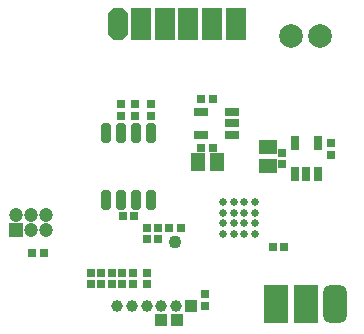
<source format=gbs>
G04*
G04 #@! TF.GenerationSoftware,Altium Limited,Altium Designer,22.10.1 (41)*
G04*
G04 Layer_Color=16711935*
%FSLAX25Y25*%
%MOIN*%
G70*
G04*
G04 #@! TF.SameCoordinates,423579F9-A912-4673-8900-DDE07351D98F*
G04*
G04*
G04 #@! TF.FilePolarity,Negative*
G04*
G01*
G75*
%ADD37R,0.03162X0.03162*%
%ADD38R,0.05131X0.03162*%
%ADD39R,0.03162X0.02769*%
%ADD40R,0.03950X0.04343*%
%ADD44R,0.02769X0.03162*%
%ADD47R,0.03162X0.03162*%
%ADD51C,0.07887*%
%ADD52C,0.03947*%
%ADD53R,0.03947X0.03947*%
%ADD54C,0.04737*%
%ADD55R,0.04737X0.04737*%
%ADD56R,0.06706X0.10642*%
G04:AMPARAMS|DCode=57|XSize=106.42mil|YSize=67.06mil|CornerRadius=0mil|HoleSize=0mil|Usage=FLASHONLY|Rotation=90.000|XOffset=0mil|YOffset=0mil|HoleType=Round|Shape=Octagon|*
%AMOCTAGOND57*
4,1,8,0.01676,0.05321,-0.01676,0.05321,-0.03353,0.03645,-0.03353,-0.03645,-0.01676,-0.05321,0.01676,-0.05321,0.03353,-0.03645,0.03353,0.03645,0.01676,0.05321,0.0*
%
%ADD57OCTAGOND57*%

%ADD58R,0.07887X0.12611*%
G04:AMPARAMS|DCode=59|XSize=126.11mil|YSize=78.87mil|CornerRadius=21.72mil|HoleSize=0mil|Usage=FLASHONLY|Rotation=270.000|XOffset=0mil|YOffset=0mil|HoleType=Round|Shape=RoundedRectangle|*
%AMROUNDEDRECTD59*
21,1,0.12611,0.03543,0,0,270.0*
21,1,0.08268,0.07887,0,0,270.0*
1,1,0.04343,-0.01772,-0.04134*
1,1,0.04343,-0.01772,0.04134*
1,1,0.04343,0.01772,0.04134*
1,1,0.04343,0.01772,-0.04134*
%
%ADD59ROUNDEDRECTD59*%
%ADD60C,0.02572*%
%ADD87R,0.04737X0.05918*%
%ADD88C,0.04300*%
%ADD89R,0.03162X0.05131*%
%ADD90R,0.05918X0.04737*%
G04:AMPARAMS|DCode=91|XSize=65.09mil|YSize=33.59mil|CornerRadius=10.4mil|HoleSize=0mil|Usage=FLASHONLY|Rotation=270.000|XOffset=0mil|YOffset=0mil|HoleType=Round|Shape=RoundedRectangle|*
%AMROUNDEDRECTD91*
21,1,0.06509,0.01280,0,0,270.0*
21,1,0.04429,0.03359,0,0,270.0*
1,1,0.02080,-0.00640,-0.02215*
1,1,0.02080,-0.00640,0.02215*
1,1,0.02080,0.00640,0.02215*
1,1,0.02080,0.00640,-0.02215*
%
%ADD91ROUNDEDRECTD91*%
D37*
X62913Y35394D02*
D03*
X58976D02*
D03*
X51417D02*
D03*
X55354D02*
D03*
X13410Y27165D02*
D03*
X17347D02*
D03*
D38*
X79803Y74094D02*
D03*
Y70354D02*
D03*
Y66614D02*
D03*
X69567Y74094D02*
D03*
Y66614D02*
D03*
D39*
X55354Y31969D02*
D03*
X51417D02*
D03*
X69606Y78425D02*
D03*
X73543D02*
D03*
X73453Y62323D02*
D03*
X69516D02*
D03*
X93425Y29173D02*
D03*
X97362D02*
D03*
X47362Y39409D02*
D03*
X43425D02*
D03*
D40*
X61693Y5000D02*
D03*
X56181D02*
D03*
D44*
X112795Y63858D02*
D03*
Y59921D02*
D03*
X96575Y56732D02*
D03*
Y60669D02*
D03*
D47*
X71063Y9488D02*
D03*
Y13425D02*
D03*
X39843Y20669D02*
D03*
Y16732D02*
D03*
X52756Y76772D02*
D03*
Y72835D02*
D03*
X43386Y16732D02*
D03*
Y20669D02*
D03*
X36399Y16732D02*
D03*
Y20669D02*
D03*
X46929Y16732D02*
D03*
Y20669D02*
D03*
X51575Y16732D02*
D03*
Y20669D02*
D03*
X32856Y16732D02*
D03*
Y20669D02*
D03*
X47638Y72835D02*
D03*
Y76772D02*
D03*
X42913Y72835D02*
D03*
Y76772D02*
D03*
D51*
X109370Y99488D02*
D03*
X99528D02*
D03*
D52*
X41614Y9488D02*
D03*
X46535D02*
D03*
X51457D02*
D03*
X56378D02*
D03*
X61299D02*
D03*
D53*
X66220D02*
D03*
D54*
X17835Y39783D02*
D03*
Y34784D02*
D03*
X12835Y39783D02*
D03*
Y34784D02*
D03*
X7835Y39783D02*
D03*
D55*
Y34784D02*
D03*
D56*
X81142Y103622D02*
D03*
X65394D02*
D03*
X57520D02*
D03*
X49646D02*
D03*
X73268D02*
D03*
D57*
X41772D02*
D03*
D58*
X94724Y10315D02*
D03*
X104567D02*
D03*
D59*
X114409D02*
D03*
D60*
X76890Y33559D02*
D03*
Y37103D02*
D03*
Y40646D02*
D03*
X76890Y44189D02*
D03*
X80433D02*
D03*
X83976D02*
D03*
X87520D02*
D03*
X80433Y40646D02*
D03*
Y37103D02*
D03*
Y33559D02*
D03*
X83976Y40646D02*
D03*
Y37103D02*
D03*
Y33559D02*
D03*
X87520Y40646D02*
D03*
Y37103D02*
D03*
Y33559D02*
D03*
D87*
X74980Y57520D02*
D03*
X68681D02*
D03*
D88*
X60903Y30741D02*
D03*
D89*
X100945Y63898D02*
D03*
X108425D02*
D03*
X100945Y53661D02*
D03*
X104685D02*
D03*
X108425D02*
D03*
D90*
X91772Y62520D02*
D03*
Y56221D02*
D03*
D91*
X52776Y44980D02*
D03*
X47776D02*
D03*
X37776D02*
D03*
X52776Y67224D02*
D03*
X47776D02*
D03*
X42776D02*
D03*
X37776D02*
D03*
X42776Y44980D02*
D03*
M02*

</source>
